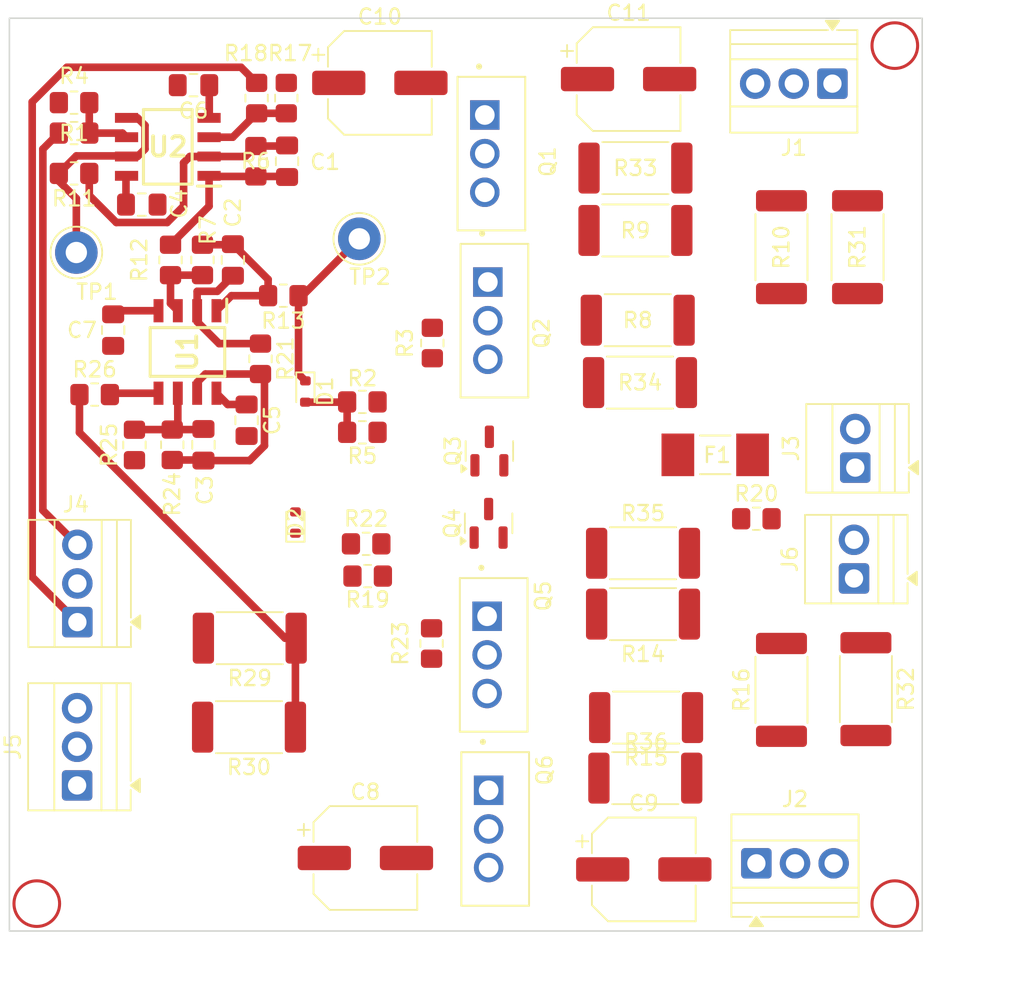
<source format=kicad_pcb>
(kicad_pcb (version 20241229) (generator "pcbnew") (generator_version "9.0")
  (layers (0 "F.Cu" signal) (2 "B.Cu" signal) (13 "F.Paste" user) (15 "B.Paste" user) (5 "F.SilkS" user "F.Silkscreen") (7 "B.SilkS" user "B.Silkscreen") (1 "F.Mask" user) (3 "B.Mask" user) (25 "Edge.Cuts" user))
  (net 0 "")
  (net 1 "Net-(C1-Pad2)")
  (net 2 "Net-(U2A--)")
  (net 3 "Net-(U1A--)")
  (net 4 "Net-(C2-Pad2)")
  (net 5 "Net-(U1B--)")
  (net 6 "Net-(C3-Pad1)")
  (net 7 "-VCC")
  (net 8 "GND")
  (net 9 "+VCC")
  (net 10 "Net-(D1-A)")
  (net 11 "/DRIVING_INPUT")
  (net 12 "Net-(D2-K)")
  (net 13 "/VPOS_B")
  (net 14 "/VPOS_C")
  (net 15 "/VNEG_B")
  (net 16 "/VNEG_C")
  (net 17 "Net-(Q1-C)")
  (net 18 "Net-(Q2-C)")
  (net 19 "+3.3V")
  (net 20 "/V_REF")
  (net 21 "/SIGNAL_INPUT")
  (net 22 "/uC_SIGNAL")
  (net 23 "Net-(U1A-+)")
  (net 24 "/CURRENT_FEEDBACK")
  (net 25 "Net-(U1B-+)")
  (net 26 "/DRIVING_OUTPUT")
  (net 27 "Net-(Q3-B)")
  (net 28 "Net-(Q6-C)")
  (net 29 "/DRIVER_OUTPUT")
  (net 30 "Net-(Q4-B)")
  (net 31 "Net-(Q4-E)")
  (net 32 "Net-(U2B--)")
  (net 33 "Net-(R34-Pad2)")
  (net 34 "Net-(R33-Pad2)")
  (net 35 "Net-(R10-Pad1)")
  (net 36 "Net-(R14-Pad2)")
  (net 37 "Net-(R15-Pad2)")
  (net 38 "Net-(R16-Pad2)")
  (footprint "Resistor_SMD:R_0805_2012Metric_Pad1.20x1.40mm_HandSolder" (layer "F.Cu") (at 51.5 72.85 180)
    (property "Reference" "R4" (at 0 1.75 0) (layer "F.SilkS"))
    (property "Value" "1kΩ")
    (pad "1" smd roundrect (at -1 0 180) (size 1.2 1.4) (layers "F.Cu" "F.Mask" "F.Paste") (roundrect_rratio 0.208333) (net 32 "Net-(U2B--)"))
    (pad "2" smd roundrect (at 1 0 180) (size 1.2 1.4) (layers "F.Cu" "F.Mask" "F.Paste") (roundrect_rratio 0.208333) (net 8 "GND"))
  )
  (footprint "Resistor_SMD:R_2512_6332Metric_Pad1.40x3.35mm_HandSolder" (layer "F.Cu") (at 88.55 87.15)
    (property "Reference" "R8" (at 0 0 0) (layer "F.SilkS"))
    (property "Value" "200m")
    (pad "1" smd roundrect (at -3.05 0) (size 1.4 3.35) (layers "F.Cu" "F.Mask" "F.Paste") (roundrect_rratio 0.178571) (net 33 "Net-(R34-Pad2)"))
    (pad "2" smd roundrect (at 3.05 0) (size 1.4 3.35) (layers "F.Cu" "F.Mask" "F.Paste") (roundrect_rratio 0.178571) (net 26 "/DRIVING_OUTPUT"))
  )
  (footprint "Resistor_SMD:R_0805_2012Metric_Pad1.20x1.40mm_HandSolder" (layer "F.Cu") (at 75.05 88.65 90)
    (property "Reference" "R3" (at -0.01 -1.8 90) (layer "F.SilkS"))
    (property "Value" "1kΩ")
    (pad "1" smd roundrect (at -1 0 90) (size 1.2 1.4) (layers "F.Cu" "F.Mask" "F.Paste") (roundrect_rratio 0.208333) (net 9 "+VCC"))
    (pad "2" smd roundrect (at 1 0 90) (size 1.2 1.4) (layers "F.Cu" "F.Mask" "F.Paste") (roundrect_rratio 0.208333) (net 13 "/VPOS_B"))
  )
  (footprint "Resistor_SMD:R_0805_2012Metric_Pad1.20x1.40mm_HandSolder" (layer "F.Cu") (at 70.45 92.52 180)
    (property "Reference" "R2" (at 0 1.55 0) (layer "F.SilkS"))
    (property "Value" "18kΩ")
    (pad "1" smd roundrect (at -1 0 180) (size 1.2 1.4) (layers "F.Cu" "F.Mask" "F.Paste") (roundrect_rratio 0.208333) (net 9 "+VCC"))
    (pad "2" smd roundrect (at 1 0 180) (size 1.2 1.4) (layers "F.Cu" "F.Mask" "F.Paste") (roundrect_rratio 0.208333) (net 10 "Net-(D1-A)"))
  )
  (footprint "Resistor_SMD:R_0805_2012Metric_Pad1.20x1.40mm_HandSolder" (layer "F.Cu") (at 63.45 76.7 -90)
    (property "Reference" "R6" (at 0 0 180) (layer "F.SilkS"))
    (property "Value" "10kΩ")
    (pad "1" smd roundrect (at -1 0 270) (size 1.2 1.4) (layers "F.Cu" "F.Mask" "F.Paste") (roundrect_rratio 0.208333) (net 2 "Net-(U2A--)"))
    (pad "2" smd roundrect (at 1 0 270) (size 1.2 1.4) (layers "F.Cu" "F.Mask" "F.Paste") (roundrect_rratio 0.208333) (net 1 "Net-(C1-Pad2)"))
  )
  (footprint "Capacitor_SMD:CP_Elec_6.3x7.7" (layer "F.Cu") (at 87.95 71.3)
    (property "Reference" "C11" (at 0 -4.35 0) (layer "F.SilkS"))
    (property "Value" "25u")
    (pad "1" smd roundrect (at -2.7 0) (size 3.5 1.6) (layers "F.Cu" "F.Mask" "F.Paste") (roundrect_rratio 0.15625) (net 9 "+VCC"))
    (pad "2" smd roundrect (at 2.7 0) (size 3.5 1.6) (layers "F.Cu" "F.Mask" "F.Paste") (roundrect_rratio 0.15625) (net 8 "GND"))
  )
  (footprint "Resistor_SMD:R_2512_6332Metric_Pad1.40x3.35mm_HandSolder" (layer "F.Cu") (at 63.05 108.05 180)
    (property "Reference" "R29" (at 0 -2.63 0) (layer "F.SilkS"))
    (property "Value" "200m")
    (pad "1" smd roundrect (at -3.05 0 180) (size 1.4 3.35) (layers "F.Cu" "F.Mask" "F.Paste") (roundrect_rratio 0.178571) (net 24 "/CURRENT_FEEDBACK"))
    (pad "2" smd roundrect (at 3.05 0 180) (size 1.4 3.35) (layers "F.Cu" "F.Mask" "F.Paste") (roundrect_rratio 0.178571) (net 8 "GND"))
  )
  (footprint "Resistor_SMD:R_2512_6332Metric_Pad1.40x3.35mm_HandSolder" (layer "F.Cu") (at 88.4 81.25)
    (property "Reference" "R9" (at 0 0 0) (layer "F.SilkS"))
    (property "Value" "200m")
    (pad "1" smd roundrect (at -3.05 0) (size 1.4 3.35) (layers "F.Cu" "F.Mask" "F.Paste") (roundrect_rratio 0.178571) (net 34 "Net-(R33-Pad2)"))
    (pad "2" smd roundrect (at 3.05 0) (size 1.4 3.35) (layers "F.Cu" "F.Mask" "F.Paste") (roundrect_rratio 0.178571) (net 26 "/DRIVING_OUTPUT"))
  )
  (footprint "Package_TO_SOT_SMD:SOT-23" (layer "F.Cu") (at 78.8 95.75 90)
    (property "Reference" "Q3" (at 0 -2.4 90) (layer "F.SilkS"))
    (property "Value" "BC817")
    (pad "1" smd roundrect (at -0.9375 -0.95 90) (size 1.475 0.6) (layers "F.Cu" "F.Mask" "F.Paste") (net 27 "Net-(Q3-B)"))
    (pad "2" smd roundrect (at -0.9375 0.95 90) (size 1.475 0.6) (layers "F.Cu" "F.Mask" "F.Paste") (net 18 "Net-(Q2-C)"))
    (pad "3" smd roundrect (at 0.9375 0 90) (size 1.475 0.6) (layers "F.Cu" "F.Mask" "F.Paste") (net 13 "/VPOS_B"))
  )
  (footprint "Resistor_SMD:R_0805_2012Metric_Pad1.20x1.40mm_HandSolder" (layer "F.Cu") (at 51.5 74.85)
    (property "Reference" "R1" (at 0 0 0) (layer "F.SilkS"))
    (property "Value" "1kΩ")
    (pad "1" smd roundrect (at -1 0) (size 1.2 1.4) (layers "F.Cu" "F.Mask" "F.Paste") (roundrect_rratio 0.208333) (net 19 "+3.3V"))
    (pad "2" smd roundrect (at 1 0) (size 1.2 1.4) (layers "F.Cu" "F.Mask" "F.Paste") (roundrect_rratio 0.208333) (net 32 "Net-(U2B--)"))
  )
  (footprint "Resistor_SMD:R_2512_6332Metric_Pad1.40x3.35mm_HandSolder" (layer "F.Cu") (at 63 113.9 180)
    (property "Reference" "R30" (at 0 -2.63 0) (layer "F.SilkS"))
    (property "Value" "200m")
    (pad "1" smd roundrect (at -3.05 0 180) (size 1.4 3.35) (layers "F.Cu" "F.Mask" "F.Paste") (roundrect_rratio 0.178571) (net 24 "/CURRENT_FEEDBACK"))
    (pad "2" smd roundrect (at 3.05 0 180) (size 1.4 3.35) (layers "F.Cu" "F.Mask" "F.Paste") (roundrect_rratio 0.178571) (net 8 "GND"))
  )
  (footprint "Capacitor_SMD:CP_Elec_6.3x7.7" (layer "F.Cu") (at 88.95 123.25)
    (property "Reference" "C9" (at 0 -4.35 0) (layer "F.SilkS"))
    (property "Value" "25u")
    (pad "1" smd roundrect (at -2.7 0) (size 3.5 1.6) (layers "F.Cu" "F.Mask" "F.Paste") (roundrect_rratio 0.15625) (net 8 "GND"))
    (pad "2" smd roundrect (at 2.7 0) (size 3.5 1.6) (layers "F.Cu" "F.Mask" "F.Paste") (roundrect_rratio 0.15625) (net 7 "-VCC"))
  )
  (footprint "Resistor_SMD:R_2512_6332Metric_Pad1.40x3.35mm_HandSolder" (layer "F.Cu") (at 89.1 113.27 180)
    (property "Reference" "R15" (at 0 -2.63 0) (layer "F.SilkS"))
    (property "Value" "200m")
    (pad "1" smd roundrect (at -3.05 0 180) (size 1.4 3.35) (layers "F.Cu" "F.Mask" "F.Paste") (roundrect_rratio 0.178571) (net 26 "/DRIVING_OUTPUT"))
    (pad "2" smd roundrect (at 3.05 0 180) (size 1.4 3.35) (layers "F.Cu" "F.Mask" "F.Paste") (roundrect_rratio 0.178571) (net 37 "Net-(R15-Pad2)"))
  )
  (footprint "Capacitor_SMD:C_0805_2012Metric_Pad1.18x1.45mm_HandSolder" (layer "F.Cu") (at 54.07 87.8 -90)
    (property "Reference" "C7" (at 0 2.05 180) (layer "F.SilkS"))
    (property "Value" "100n")
    (pad "1" smd roundrect (at -1.0375 0 270) (size 1.175 1.45) (layers "F.Cu" "F.Mask" "F.Paste") (roundrect_rratio 0.212766) (net 7 "-VCC"))
    (pad "2" smd roundrect (at 1.0375 0 270) (size 1.175 1.45) (layers "F.Cu" "F.Mask" "F.Paste") (roundrect_rratio 0.212766) (net 8 "GND"))
  )
  (footprint "TerminalBlock:TerminalBlock_Xinya_XY308-2.54-2P_1x02_P2.54mm_Horizontal" (layer "F.Cu") (at 102.7675 104.125 90)
    (property "Reference" "J6" (at 1.27 -4.22 90) (layer "F.SilkS"))
    (property "Value" "Add. R")
    (pad "1" thru_hole roundrect (at 0 0 90) (size 2 2) (drill 1.2) (layers "*.Cu" "*.Mask") (roundrect_rratio 0.125) (net 24 "/CURRENT_FEEDBACK"))
    (pad "2" thru_hole circle (at 2.54 0 90) (size 2 2) (drill 1.2) (layers "*.Cu" "*.Mask") (net 8 "GND"))
  )
  (footprint "Capacitor_SMD:C_0805_2012Metric_Pad1.18x1.45mm_HandSolder" (layer "F.Cu") (at 55.95 79.55)
    (property "Reference" "C4" (at 2.4625 -0.05 90) (layer "F.SilkS"))
    (property "Value" "47u")
    (pad "1" smd roundrect (at -1.0375 0) (size 1.175 1.45) (layers "F.Cu" "F.Mask" "F.Paste") (roundrect_rratio 0.212766) (net 9 "+VCC"))
    (pad "2" smd roundrect (at 1.0375 0) (size 1.175 1.45) (layers "F.Cu" "F.Mask" "F.Paste") (roundrect_rratio 0.212766) (net 8 "GND"))
  )
  (footprint "Capacitor_SMD:C_0805_2012Metric_Pad1.18x1.45mm_HandSolder" (layer "F.Cu") (at 59.35 71.7 180)
    (property "Reference" "C6" (at 0 -1.68 0) (layer "F.SilkS"))
    (property "Value" "47u")
    (pad "1" smd roundrect (at -1.0375 0 180) (size 1.175 1.45) (layers "F.Cu" "F.Mask" "F.Paste") (roundrect_rratio 0.212766) (net 7 "-VCC"))
    (pad "2" smd roundrect (at 1.0375 0 180) (size 1.175 1.45) (layers "F.Cu" "F.Mask" "F.Paste") (roundrect_rratio 0.212766) (net 8 "GND"))
  )
  (footprint "Resistor_SMD:R_2512_6332Metric_Pad1.40x3.35mm_HandSolder" (layer "F.Cu") (at 88.9 102.47)
    (property "Reference" "R35" (at 0 -2.63 0) (layer "F.SilkS"))
    (property "Value" "200m")
    (pad "1" smd roundrect (at -3.05 0) (size 1.4 3.35) (layers "F.Cu" "F.Mask" "F.Paste") (roundrect_rratio 0.178571) (net 36 "Net-(R14-Pad2)"))
    (pad "2" smd roundrect (at 3.05 0) (size 1.4 3.35) (layers "F.Cu" "F.Mask" "F.Paste") (roundrect_rratio 0.178571) (net 31 "Net-(Q4-E)"))
  )
  (footprint "Resistor_SMD:R_0805_2012Metric_Pad1.20x1.40mm_HandSolder" (layer "F.Cu") (at 70.45 94.52)
    (property "Reference" "R5" (at 0 1.55 0) (layer "F.SilkS"))
    (property "Value" "100")
    (pad "1" smd roundrect (at -1 0) (size 1.2 1.4) (layers "F.Cu" "F.Mask" "F.Paste") (roundrect_rratio 0.208333) (net 10 "Net-(D1-A)"))
    (pad "2" smd roundrect (at 1 0) (size 1.2 1.4) (layers "F.Cu" "F.Mask" "F.Paste") (roundrect_rratio 0.208333) (net 27 "Net-(Q3-B)"))
  )
  (footprint "Resistor_SMD:R_0805_2012Metric_Pad1.20x1.40mm_HandSolder" (layer "F.Cu") (at 70.8 103.97)
    (property "Reference" "R19" (at 0 1.55 0) (layer "F.SilkS"))
    (property "Value" "100")
    (pad "1" smd roundrect (at -1 0) (size 1.2 1.4) (layers "F.Cu" "F.Mask" "F.Paste") (roundrect_rratio 0.208333) (net 12 "Net-(D2-K)"))
    (pad "2" smd roundrect (at 1 0) (size 1.2 1.4) (layers "F.Cu" "F.Mask" "F.Paste") (roundrect_rratio 0.208333) (net 30 "Net-(Q4-B)"))
  )
  (footprint "Capacitor_SMD:C_0805_2012Metric_Pad1.18x1.45mm_HandSolder" (layer "F.Cu") (at 65.5 76.7 -90)
    (property "Reference" "C1" (at 0.05 -2.5 180) (layer "F.SilkS"))
    (property "Value" "100pF")
    (pad "1" smd roundrect (at -1.0375 0 270) (size 1.175 1.45) (layers "F.Cu" "F.Mask" "F.Paste") (roundrect_rratio 0.212766) (net 2 "Net-(U2A--)"))
    (pad "2" smd roundrect (at 1.0375 0 270) (size 1.175 1.45) (layers "F.Cu" "F.Mask" "F.Paste") (roundrect_rratio 0.212766) (net 1 "Net-(C1-Pad2)"))
  )
  (footprint "Resistor_SMD:R_0805_2012Metric_Pad1.20x1.40mm_HandSolder" (layer "F.Cu") (at 96.35 100.2)
    (property "Reference" "R20" (at 0 -1.65 0) (layer "F.SilkS"))
    (property "Value" "10kΩ")
    (pad "1" smd roundrect (at -1 0) (size 1.2 1.4) (layers "F.Cu" "F.Mask" "F.Paste") (roundrect_rratio 0.208333) (net 29 "/DRIVER_OUTPUT"))
    (pad "2" smd roundrect (at 1 0) (size 1.2 1.4) (layers "F.Cu" "F.Mask" "F.Paste") (roundrect_rratio 0.208333) (net 24 "/CURRENT_FEEDBACK"))
  )
  (footprint "Resistor_SMD:R_2512_6332Metric_Pad1.40x3.35mm_HandSolder" (layer "F.Cu") (at 98 82.35 -90)
    (property "Reference" "R10" (at 0 0 90) (layer "F.SilkS"))
    (property "Value" "R")
    (pad "1" smd roundrect (at -3.05 0 270) (size 1.4 3.35) (layers "F.Cu" "F.Mask" "F.Paste") (roundrect_rratio 0.178571) (net 35 "Net-(R10-Pad1)"))
    (pad "2" smd roundrect (at 3.05 0 270) (size 1.4 3.35) (layers "F.Cu" "F.Mask" "F.Paste") (roundrect_rratio 0.178571) (net 26 "/DRIVING_OUTPUT"))
  )
  (footprint "Resistor_SMD:R_0805_2012Metric_Pad1.20x1.40mm_HandSolder" (layer "F.Cu") (at 51.5 77.5 180)
    (property "Reference" "R11" (at 0 -1.65 0) (layer "F.SilkS"))
    (property "Value" "10kΩ")
    (pad "1" smd roundrect (at -1 0 180) (size 1.2 1.4) (layers "F.Cu" "F.Mask" "F.Paste") (roundrect_rratio 0.208333) (net 2 "Net-(U2A--)"))
    (pad "2" smd roundrect (at 1 0 180) (size 1.2 1.4) (layers "F.Cu" "F.Mask" "F.Paste") (roundrect_rratio 0.208333) (net 20 "/V_REF"))
  )
  (footprint "TerminalBlock:TerminalBlock_Xinya_XY308-2.54-2P_1x02_P2.54mm_Horizontal" (layer "F.Cu") (at 102.85 96.84 90)
    (property "Reference" "J3" (at 1.27 -4.22 90) (layer "F.SilkS"))
    (property "Value" "Load")
    (pad "1" thru_hole roundrect (at 0 0 90) (size 2 2) (drill 1.2) (layers "*.Cu" "*.Mask") (roundrect_rratio 0.125) (net 24 "/CURRENT_FEEDBACK"))
    (pad "2" thru_hole circle (at 2.54 0 90) (size 2 2) (drill 1.2) (layers "*.Cu" "*.Mask") (net 29 "/DRIVER_OUTPUT"))
  )
  (footprint "Resistor_SMD:R_0805_2012Metric_Pad1.20x1.40mm_HandSolder" (layer "F.Cu") (at 63.755 89.688 -90)
    (property "Reference" "R21" (at 0 -1.65 90) (layer "F.SilkS"))
    (property "Value" "1kΩ")
    (pad "1" smd roundrect (at -1 0 270) (size 1.2 1.4) (layers "F.Cu" "F.Mask" "F.Paste") (roundrect_rratio 0.208333) (net 3 "Net-(U1A--)"))
    (pad "2" smd roundrect (at 1 0 270) (size 1.2 1.4) (layers "F.Cu" "F.Mask" "F.Paste") (roundrect_rratio 0.208333) (net 6 "Net-(C3-Pad1)"))
  )
  (footprint "TestPoint:TestPoint_Loop_D2.60mm_Drill1.4mm_Beaded" (layer "F.Cu") (at 51.65 82.7)
    (property "Reference" "TP1" (at 1.355 2.588 0) (layer "F.SilkS"))
    (property "Value" "V_REF")
    (pad "1" thru_hole circle (at 0 0) (size 2.8 2.8) (drill 1.4) (layers "*.Cu" "*.Mask") (net 20 "/V_REF"))
  )
  (footprint "Package_TO_SOT_SMD:SOT-23" (layer "F.Cu") (at 78.75 100.5 90)
    (property "Reference" "Q4" (at 0 -2.4 90) (layer "F.SilkS"))
    (property "Value" "BC807")
    (pad "1" smd roundrect (at -0.9375 -0.95 90) (size 1.475 0.6) (layers "F.Cu" "F.Mask" "F.Paste") (net 30 "Net-(Q4-B)"))
    (pad "2" smd roundrect (at -0.9375 0.95 90) (size 1.475 0.6) (layers "F.Cu" "F.Mask" "F.Paste") (net 31 "Net-(Q4-E)"))
    (pad "3" smd roundrect (at 0.9375 0 90) (size 1.475 0.6) (layers "F.Cu" "F.Mask" "F.Paste") (net 15 "/VNEG_B"))
  )
  (footprint "Resistor_SMD:R_2512_6332Metric_Pad1.40x3.35mm_HandSolder" (layer "F.Cu") (at 103.55 111.4 -90)
    (property "Reference" "R32" (at 0 -2.63 90) (layer "F.SilkS"))
    (property "Value" "R")
    (pad "1" smd roundrect (at -3.05 0 270) (size 1.4 3.35) (layers "F.Cu" "F.Mask" "F.Paste") (roundrect_rratio 0.178571) (net 38 "Net-(R16-Pad2)"))
    (pad "2" smd roundrect (at 3.05 0 270) (size 1.4 3.35) (layers "F.Cu" "F.Mask" "F.Paste") (roundrect_rratio 0.178571) (net 16 "/VNEG_C"))
  )
  (footprint "component_lib:2410 FUSE" (layer "F.Cu") (at 93.645 96)
    (property "Reference" "F1" (at 0.125 0.015 0) (layer "F.SilkS"))
    (property "Value" "Fuse")
    (pad "1" smd rect (at -2.455 0) (size 2.15 2.8) (layers "F.Cu" "F.Mask" "F.Paste") (net 26 "/DRIVING_OUTPUT"))
    (pad "2" smd rect (at 2.455 0) (size 2.15 2.8) (layers "F.Cu" "F.Mask" "F.Paste") (net 29 "/DRIVER_OUTPUT"))
  )
  (footprint "component_lib:D44H11G" (layer "F.Cu") (at 78.65 109.15 -90)
    (property "Reference" "Q5" (at -3.8725 -3.683 90) (layer "F.SilkS"))
    (property "Value" "D44H11G")
    (pad "1" thru_hole circle (at 0 0 270) (size 1.935 1.935) (drill 1.29) (layers "*.Cu" "*.Mask") (net 31 "Net-(Q4-E)"))
    (pad "2" thru_hole rect (at -2.54 0 270) (size 1.935 1.935) (drill 1.29) (layers "*.Cu" "*.Mask") (net 15 "/VNEG_B"))
    (pad "3" thru_hole circle (at 2.54 0 270) (size 1.935 1.935) (drill 1.29) (layers "*.Cu" "*.Mask") (net 7 "-VCC"))
  )
  (footprint "TerminalBlock:TerminalBlock_Xinya_XY308-2.54-3P_1x03_P2.54mm_Horizontal" (layer "F.Cu") (at 101.35 71.6 180)
    (property "Reference" "J1" (at 2.54 -4.22 0) (layer "F.SilkS"))
    (property "Value" "VP BJT Conn")
    (pad "1" thru_hole roundrect (at 0 0 180) (size 2 2) (drill 1.2) (layers "*.Cu" "*.Mask") (roundrect_rratio 0.125) (net 13 "/VPOS_B"))
    (pad "2" thru_hole circle (at 2.54 0 180) (size 2 2) (drill 1.2) (layers "*.Cu" "*.Mask") (net 14 "/VPOS_C"))
    (pad "3" thru_hole circle (at 5.08 0 180) (size 2 2) (drill 1.2) (layers "*.Cu" "*.Mask") (net 9 "+VCC"))
  )
  (footprint "Resistor_SMD:R_0805_2012Metric_Pad1.20x1.40mm_HandSolder" (layer "F.Cu") (at 52.855 92.038)
    (property "Reference" "R26" (at 0 -1.65 0) (layer "F.SilkS"))
    (property "Value" "100")
    (pad "1" smd roundrect (at -1 0) (size 1.2 1.4) (layers "F.Cu" "F.Mask" "F.Paste") (roundrect_rratio 0.208333) (net 24 "/CURRENT_FEEDBACK"))
    (pad "2" smd roundrect (at 1 0) (size 1.2 1.4) (layers "F.Cu" "F.Mask" "F.Paste") (roundrect_rratio 0.208333) (net 25 "Net-(U1B-+)"))
  )
  (footprint "component_lib:D44H11G" (layer "F.Cu") (at 78.75 120.59 -90)
    (property "Reference" "Q6" (at -3.8725 -3.683 90) (layer "F.SilkS"))
    (property "Value" "D44H11G")
    (pad "1" thru_hole circle (at 0 0 270) (size 1.935 1.935) (drill 1.29) (layers "*.Cu" "*.Mask") (net 28 "Net-(Q6-C)"))
    (pad "2" thru_hole rect (at -2.54 0 270) (size 1.935 1.935) (drill 1.29) (layers "*.Cu" "*.Mask") (net 15 "/VNEG_B"))
    (pad "3" thru_hole circle (at 2.54 0 270) (size 1.935 1.935) (drill 1.29) (layers "*.Cu" "*.Mask") (net 7 "-VCC"))
  )
  (footprint "Diode_SMD:D_SOD-523" (layer "F.Cu") (at 66.05 100.45 90)
    (property "Reference" "D2" (at 0 0 90) (layer "F.SilkS"))
    (property "Value" "1N4148WT")
    (pad "1" smd roundrect (at -0.7 0 270) (size 0.6 0.7) (layers "F.Cu" "F.Mask" "F.Paste") (net 12 "Net-(D2-K)"))
    (pad "2" smd roundrect (at 0.7 0 270) (size 0.6 0.7) (layers "F.Cu" "F.Mask" "F.Paste") (net 11 "/DRIVING_INPUT"))
  )
  (footprint "TestPoint:TestPoint_Loop_D2.60mm_Drill1.4mm_Beaded" (layer "F.Cu") (at 70.25 81.8)
    (property "Reference" "TP2" (at 0.7 2.5 0) (layer "F.SilkS"))
    (property "Value" "DRV_IN")
    (pad "1" thru_hole circle (at 0 0) (size 2.8 2.8) (drill 1.4) (layers "*.Cu" "*.Mask") (net 11 "/DRIVING_INPUT"))
  )
  (footprint "Resistor_SMD:R_2512_6332Metric_Pad1.40x3.35mm_HandSolder" (layer "F.Cu") (at 88.9 106.47 180)
    (property "Reference" "R14" (at 0 -2.63 0) (layer "F.SilkS"))
    (property "Value" "200m")
    (pad "1" smd roundrect (at -3.05 0 180) (size 1.4 3.35) (layers "F.Cu" "F.Mask" "F.Paste") (roundrect_rratio 0.178571) (net 26 "/DRIVING_OUTPUT"))
    (pad "2" smd roundrect (at 3.05 0 180) (size 1.4 3.35) (layers "F.Cu" "F.Mask" "F.Paste") (roundrect_rratio 0.178571) (net 36 "Net-(R14-Pad2)"))
  )
  (footprint "Capacitor_SMD:CP_Elec_6.3x7.7" (layer "F.Cu") (at 71.6 71.55)
    (property "Reference" "C10" (at 0 -4.35 0) (layer "F.SilkS"))
    (property "Value" "25u")
    (pad "1" smd roundrect (at -2.7 0) (size 3.5 1.6) (layers "F.Cu" "F.Mask" "F.Paste") (roundrect_rratio 0.15625) (net 9 "+VCC"))
    (pad "2" smd roundrect (at 2.7 0) (size 3.5 1.6) (layers "F.Cu" "F.Mask" "F.Paste") (roundrect_rratio 0.15625) (net 8 "GND"))
  )
  (footprint "Capacitor_SMD:C_0805_2012Metric_Pad1.18x1.45mm_HandSolder" (layer "F.Cu") (at 61.94 83.1885 90)
    (property "Reference" "C2" (at 3.1125 0 90) (layer "F.SilkS"))
    (property "Value" "C")
    (pad "1" smd roundrect (at -1.0375 0 90) (size 1.175 1.45) (layers "F.Cu" "F.Mask" "F.Paste") (roundrect_rratio 0.212766) (net 3 "Net-(U1A--)"))
    (pad "2" smd roundrect (at 1.0375 0 90) (size 1.175 1.45) (layers "F.Cu" "F.Mask" "F.Paste") (roundrect_rratio 0.212766) (net 4 "Net-(C2-Pad2)"))
  )
  (footprint "Diode_SMD:D_SOD-523" (layer "F.Cu") (at 66.705 91.838 -90)
    (property "Reference" "D1" (at 0 -1.3 90) (layer "F.SilkS"))
    (property "Value" "1N4148WT")
    (pad "1" smd roundrect (at -0.7 0 90) (size 0.6 0.7) (layers "F.Cu" "F.Mask" "F.Paste") (net 11 "/DRIVING_INPUT"))
    (pad "2" smd roundrect (at 0.7 0 90) (size 0.6 0.7) (layers "F.Cu" "F.Mask" "F.Paste") (net 10 "Net-(D1-A)"))
  )
  (footprint "Resistor_SMD:R_2512_6332Metric_Pad1.40x3.35mm_HandSolder" (layer "F.Cu") (at 88.7 91.25)
    (property "Reference" "R34" (at 0 0 0) (layer "F.SilkS"))
    (property "Value" "200m")
    (pad "1" smd roundrect (at -3.05 0) (size 1.4 3.35) (layers "F.Cu" "F.Mask" "F.Paste") (roundrect_rratio 0.178571) (net 18 "Net-(Q2-C)"))
    (pad "2" smd roundrect (at 3.05 0) (size 1.4 3.35) (layers "F.Cu" "F.Mask" "F.Paste") (roundrect_rratio 0.178571) (net 33 "Net-(R34-Pad2)"))
  )
  (footprint "Resistor_SMD:R_0805_2012Metric_Pad1.20x1.40mm_HandSolder" (layer "F.Cu") (at 65.255 85.538 180)
    (property "Reference" "R13" (at 0 -1.65 0) (layer "F.SilkS"))
    (property "Value" "100Ω")
    (pad "1" smd roundrect (at -1 0 180) (size 1.2 1.4) (layers "F.Cu" "F.Mask" "F.Paste") (roundrect_rratio 0.208333) (net 11 "/DRIVING_INPUT"))
    (pad "2" smd roundrect (at 1 0 180) (size 1.2 1.4) (layers "F.Cu" "F.Mask" "F.Paste") (roundrect_rratio 0.208333) (net 4 "Net-(C2-Pad2)"))
  )
  (footprint "component_lib:ADA4522" (layer "F.Cu") (at 57.662 75.755 180)
    (property "Reference" "U2" (at 0 0 0) (layer "F.SilkS") (effects (font (size 1.27 1.27) (thickness 0.254))))
    (property "Value" "ADA4622-2xCP" (hide yes))
    (pad "1" smd rect (at -2.712 -1.905 270) (size 0.65 1.525) (layers "F.Cu" "F.Mask" "F.Paste") (net 1 "Net-(C1-Pad2)"))
    (pad "2" smd rect (at -2.712 -0.635 270) (size 0.65 1.525) (layers "F.Cu" "F.Mask" "F.Paste") (net 2 "Net-(U2A--)"))
    (pad "3" smd rect (at -2.712 0.635 270) (size 0.65 1.525) (layers "F.Cu" "F.Mask" "F.Paste") (net 21 "/SIGNAL_INPUT"))
    (pad "4" smd rect (at -2.712 1.905 270) (size 0.65 1.525) (layers "F.Cu" "F.Mask" "F.Paste") (net 7 "-VCC"))
    (pad "5" smd rect (at 2.712 1.905 270) (size 0.65 1.525) (layers "F.Cu" "F.Mask" "F.Paste") (net 20 "/V_REF"))
    (pad "6" smd rect (at 2.712 0.635 270) (size 0.65 1.525) (layers "F.Cu" "F.Mask" "F.Paste") (net 32 "Net-(U2B--)"))
    (pad "7" smd rect (at 2.712 -0.635 270) (size 0.65 1.525) (layers "F.Cu" "F.Mask" "F.Paste") (net 20 "/V_REF"))
    (pad "8" smd rect (at 2.712 -1.905 270) (size 0.65 1.525) (layers "F.Cu" "F.Mask" "F.Paste") (net 9 "+VCC"))
  )
  (footprint "Resistor_SMD:R_0805_2012Metric_Pad1.20x1.40mm_HandSolder" (layer "F.Cu") (at 55.47 95.35 90)
    (property "Reference" "R25" (at 0 -1.665 90) (layer "F.SilkS"))
    (property "Value" "1,8kΩ")
    (pad "1" smd roundrect (at -1 0 90) (size 1.2 1.4) (layers "F.Cu" "F.Mask" "F.Paste") (roundrect_rratio 0.208333) (net 8 "GND"))
    (pad "2" smd roundrect (at 1 0 90) (size 1.2 1.4) (layers "F.Cu" "F.Mask" "F.Paste") (roundrect_rratio 0.208333) (net 5 "Net-(U1B--)"))
  )
  (footprint "Capacitor_SMD:CP_Elec_6.3x7.7" (layer "F.Cu") (at 70.65 122.5)
    (property "Reference" "C8" (at 0 -4.35 0) (layer "F.SilkS"))
    (property "Value" "25u")
    (pad "1" smd roundrect (at -2.7 0) (size 3.5 1.6) (layers "F.Cu" "F.Mask" "F.Paste") (roundrect_rratio 0.15625) (net 8 "GND"))
    (pad "2" smd roundrect (at 2.7 0) (size 3.5 1.6) (layers "F.Cu" "F.Mask" "F.Paste") (roundrect_rratio 0.15625) (net 7 "-VCC"))
  )
  (footprint "Resistor_SMD:R_2512_6332Metric_Pad1.40x3.35mm_HandSolder" (layer "F.Cu") (at 89.05 117.25)
    (property "Reference" "R36" (at 0.05 -2.39 0) (layer "F.SilkS"))
    (property "Value" "200m")
    (pad "1" smd roundrect (at -3.05 0) (size 1.4 3.35) (layers "F.Cu" "F.Mask" "F.Paste") (roundrect_rratio 0.178571) (net 37 "Net-(R15-Pad2)"))
    (pad "2" smd roundrect (at 3.05 0) (size 1.4 3.35) (layers "F.Cu" "F.Mask" "F.Paste") (roundrect_rratio 0.178571) (net 28 "Net-(Q6-C)"))
  )
  (footprint "Capacitor_SMD:C_0805_2012Metric_Pad1.18x1.45mm_HandSolder" (layer "F.Cu") (at 60.005 95.338 90)
    (property "Reference" "C3" (at -2.988 0.085 90) (layer "F.SilkS"))
    (property "Value" "10pF")
    (pad "1" smd roundrect (at -1.0375 0 90) (size 1.175 1.45) (layers "F.Cu" "F.Mask" "F.Paste") (roundrect_rratio 0.212766) (net 6 "Net-(C3-Pad1)"))
    (pad "2" smd roundrect (at 1.0375 0 90) (size 1.175 1.45) (layers "F.Cu" "F.Mask" "F.Paste") (roundrect_rratio 0.212766) (net 5 "Net-(U1B--)"))
  )
  (footprint "Resistor_SMD:R_0805_2012Metric_Pad1.20x1.40mm_HandSolder" (layer "F.Cu") (at 63.5 72.55 90)
    (property "Reference" "R18" (at 2.95 -0.7 180) (layer "F.SilkS"))
    (property "Value" "1kΩ")
    (pad "1" smd roundrect (at -1 0 90) (size 1.2 1.4) (layers "F.Cu" "F.Mask" "F.Paste") (roundrect_rratio 0.208333) (net 21 "/SIGNAL_INPUT"))
    (pad "2" smd roundrect (at 1 0 90) (size 1.2 1.4) (layers "F.Cu" "F.Mask" "F.Paste") (roundrect_rratio 0.208333) (net 22 "/uC_SIGNAL"))
  )
  (footprint "Resistor_SMD:R_2512_6332Metric_Pad1.40x3.35mm_HandSolder" (layer "F.Cu") (at 98 111.45 90)
    (property "Reference" "R16" (at 0 -2.63 90) (layer "F.SilkS"))
    (property "Value" "R")
    (pad "1" smd roundrect (at -3.05 0 90) (size 1.4 3.35) (layers "F.Cu" "F.Mask" "F.Paste") (roundrect_rratio 0.178571) (net 26 "/DRIVING_OUTPUT"))
    (pad "2" smd roundrect (at 3.05 0 90) (size 1.4 3.35) (layers "F.Cu" "F.Mask" "F.Paste") (roundrect_rratio 0.178571) (net 38 "Net-(R16-Pad2)"))
  )
  (footprint "Capacitor_SMD:C_0805_2012Metric_Pad1.18x1.45mm_HandSolder" (layer "F.Cu") (at 62.84 93.726 -90)
    (property "Reference" "C5" (at 0 -1.68 90) (layer "F.SilkS"))
    (property "Value" "100n")
    (pad "1" smd roundrect (at -1.0375 0 270) (size 1.175 1.45) (layers "F.Cu" "F.Mask" "F.Paste") (roundrect_rratio 0.212766) (net 9 "+VCC"))
    (pad "2" smd roundrect (at 1.0375 0 270) (size 1.175 1.45) (layers "F.Cu" "F.Mask" "F.Paste") (roundrect_rratio 0.212766) (net 8 "GND"))
  )
  (footprint "component_lib:D44H11G" (layer "F.Cu") (at 78.5 76.2 -90)
    (property "Reference" "Q1" (at 0.5275 -4.133 90) (layer "F.SilkS"))
    (property "Value" "D45H11")
    (pad "1" thru_hole circle (at 0 0 270) (size 1.935 1.935) (drill 1.29) (layers "*.Cu" "*.Mask") (net 17 "Net-(Q1-C)"))
    (pad "2" thru_hole rect (at -2.54 0 270) (size 1.935 1.935) (drill 1.29) (layers "*.Cu" "*.Mask") (net 13 "/VPOS_B"))
    (pad "3" thru_hole circle (at 2.54 0 270) (size 1.935 1.935) (drill 1.29) (layers "*.Cu" "*.Mask") (net 9 "+VCC"))
  )
  (footprint "component_lib:ADA4522" (layer "F.Cu") (at 58.955 89.238 -90)
    (property "Reference" "U1" (at 0 0 90) (layer "F.SilkS") (effects (font (size 1.27 1.27) (thickness 0.254))))
    (property "Value" "ADA4622-2xCP" (hide yes))
    (pad "1" smd rect (at -2.712 -1.905) (size 0.65 1.525) (layers "F.Cu" "F.Mask" "F.Paste") (net 4 "Net-(C2-Pad2)"))
    (pad "2" smd rect (at -2.712 -0.635) (size 0.65 1.525) (layers "F.Cu" "F.Mask" "F.Paste") (net 3 "Net-(U1A--)"))
    (pad "3" smd rect (at -2.712 0.635) (size 0.65 1.525) (layers "F.Cu" "F.Mask" "F.Paste") (net 23 "Net-(U1A-+)"))
    (pad "4" smd rect (at -2.712 1.905) (size 0.65 1.525) (layers "F.Cu" "F.Mask" "F.Paste") (net 7 "-VCC"))
    (pad "5" smd rect (at 2.712 1.905) (size 0.65 1.525) (layers "F.Cu" "F.Mask" "F.Paste") (net 25 "Net-(U1B-+)"))
    (pad "6" smd rect (at 2.712 0.635) (size 0.65 1.525) (layers "F.Cu" "F.Mask" "F.Paste") (net 5 "Net-(U1B--)"))
    (pad "7" smd rect (at 2.712 -0.635) (size 0.65 1.525) (layers "F.Cu" "F.Mask" "F.Paste") (net 6 "Net-(C3-Pad1)"))
    (pad "8" smd rect (at 2.712 -1.905) (size 0.65 1.525) (layers "F.Cu" "F.Mask" "F.Paste") (net 9 "+VCC"))
  )
  (footprint "TerminalBlock:TerminalBlock_Xinya_XY308-2.54-3P_1x03_P2.54mm_Horizontal" (layer "F.Cu") (at 51.7175 106.995 90)
    (property "Reference" "J4" (at 7.73 -0.1 180) (layer "F.SilkS"))
    (property "Value" "Input")
    (pad "1" thru_hole roundrect (at 0 0 90) (size 2 2) (drill 1.2) (layers "*.Cu" "*.Mask") (roundrect_rratio 0.125) (net 22 "/uC_SIGNAL"))
    (pad "2" thru_hole circle (at 2.54 0 90) (size 2 2) (drill 1.2) (layers "*.Cu" "*.Mask") (net 8 "GND"))
    (pad "3" thru_hole circle (at 5.08 0 90) (size 2 2) (drill 1.2) (layers "*.Cu" "*.Mask") (net 19 "+3.3V"))
  )
  (footprint "Resistor_SMD:R_0805_2012Metric_Pad1.20x1.40mm_HandSolder" (layer "F.Cu") (at 75 108.4 -90)
    (property "Reference" "R23" (at 0 2.05 90) (layer "F.SilkS"))
    (property "Value" "1kΩ")
    (pad "1" smd roundrect (at -1 0 270) (size 1.2 1.4) (layers "F.Cu" "F.Mask" "F.Paste") (roundrect_rratio 0.208333) (net 15 "/VNEG_B"))
    (pad "2" smd roundrect (at 1 0 270) (size 1.2 1.4) (layers "F.Cu" "F.Mask" "F.Paste") (roundrect_rratio 0.208333) (net 7 "-VCC"))
  )
  (footprint "Resistor_SMD:R_0805_2012Metric_Pad1.20x1.40mm_HandSolder" (layer "F.Cu") (at 65.45 72.55 90)
    (property "Reference" "R17" (at 2.95 0.25 180) (layer "F.SilkS"))
    (property "Value" "1kΩ")
    (pad "1" smd roundrect (at -1 0 90) (size 1.2 1.4) (layers "F.Cu" "F.Mask" "F.Paste") (roundrect_rratio 0.208333) (net 21 "/SIGNAL_INPUT"))
    (pad "2" smd roundrect (at 1 0 90) (size 1.2 1.4) (layers "F.Cu" "F.Mask" "F.Paste") (roundrect_rratio 0.208333) (net 8 "GND"))
  )
  (footprint "Resistor_SMD:R_0805_2012Metric_Pad1.20x1.40mm_HandSolder" (layer "F.Cu") (at 57.84 83.1885 90)
    (property "Reference" "R12" (at 0 -2.05 90) (layer "F.SilkS"))
    (property "Value" "100Ω")
    (pad "1" smd roundrect (at -1 0 90) (size 1.2 1.4) (layers "F.Cu" "F.Mask" "F.Paste") (roundrect_rratio 0.208333) (net 23 "Net-(U1A-+)"))
    (pad "2" smd roundrect (at 1 0 90) (size 1.2 1.4) (layers "F.Cu" "F.Mask" "F.Paste") (roundrect_rratio 0.208333) (net 1 "Net-(C1-Pad2)"))
  )
  (footprint "Resistor_SMD:R_0805_2012Metric_Pad1.20x1.40mm_HandSolder" (layer "F.Cu") (at 57.955 95.338 -90)
    (property "Reference" "R24" (at 3.25 0 90) (layer "F.SilkS"))
    (property "Value" "10k")
    (pad "1" smd roundrect (at -1 0 270) (size 1.2 1.4) (layers "F.Cu" "F.Mask" "F.Paste") (roundrect_rratio 0.208333) (net 5 "Net-(U1B--)"))
    (pad "2" smd roundrect (at 1 0 270) (size 1.2 1.4) (layers "F.Cu" "F.Mask" "F.Paste") (roundrect_rratio 0.208333) (net 6 "Net-(C3-Pad1)"))
  )
  (footprint "Resistor_SMD:R_0805_2012Metric_Pad1.20x1.40mm_HandSolder" (layer "F.Cu") (at 70.7 101.85)
    (property "Reference" "R22" (at 0 -1.65 0) (layer "F.SilkS"))
    (property "Value" "18k")
    (pad "1" smd roundrect (at -1 0) (size 1.2 1.4) (layers "F.Cu" "F.Mask" "F.Paste") (roundrect_rratio 0.208333) (net 12 "Net-(D2-K)"))
    (pad "2" smd roundrect (at 1 0) (size 1.2 1.4) (layers "F.Cu" "F.Mask" "F.Paste") (roundrect_rratio 0.208333) (net 7 "-VCC"))
  )
  (footprint "component_lib:D44H11G" (layer "F.Cu") (at 78.7 87.18 -90)
    (property "Reference" "Q2" (at 0.8275 -3.533 90) (layer "F.SilkS"))
    (property "Value" "D45H11G")
    (pad "1" thru_hole circle (at 0 0 270) (size 1.935 1.935) (drill 1.29) (layers "*.Cu" "*.Mask") (net 18 "Net-(Q2-C)"))
    (pad "2" thru_hole rect (at -2.54 0 270) (size 1.935 1.935) (drill 1.29) (layers "*.Cu" "*.Mask") (net 13 "/VPOS_B"))
    (pad "3" thru_hole circle (at 2.54 0 270) (size 1.935 1.935) (drill 1.29) (layers "*.Cu" "*.Mask") (net 9 "+VCC"))
  )
  (footprint "Resistor_SMD:R_0805_2012Metric_Pad1.20x1.40mm_HandSolder" (layer "F.Cu") (at 59.94 83.1885 -90)
    (property "Reference" "R7" (at -1.9625 -0.35 90) (layer "F.SilkS"))
    (property "Value" "100kΩ")
    (pad "1" smd roundrect (at -1 0 270) (size 1.2 1.4) (layers "F.Cu" "F.Mask" "F.Paste") (roundrect_rratio 0.208333) (net 4 "Net-(C2-Pad2)"))
    (pad "2" smd roundrect (at 1 0 270) (size 1.2 1.4) (layers "F.Cu" "F.Mask" "F.Paste") (roundrect_rratio 0.208333) (net 23 "Net-(U1A-+)"))
  )
  (footprint "Resistor_SMD:R_2512_6332Metric_Pad1.40x3.35mm_HandSolder" (layer "F.Cu") (at 103 82.35 -90)
    (property "Reference" "R31" (at 0 0 90) (layer "F.SilkS"))
    (property "Value" "R")
    (pad "1" smd roundrect (at -3.05 0 270) (size 1.4 3.35) (layers "F.Cu" "F.Mask" "F.Paste") (roundrect_rratio 0.178571) (net 14 "/VPOS_C"))
    (pad "2" smd roundrect (at 3.05 0 270) (size 1.4 3.35) (layers "F.Cu" "F.Mask" "F.Paste") (roundrect_rratio 0.178571) (net 35 "Net-(R10-Pad1)"))
  )
  (footprint "Resistor_SMD:R_2512_6332Metric_Pad1.40x3.35mm_HandSolder" (layer "F.Cu") (at 88.4 77.15)
    (property "Reference" "R33" (at 0 0 0) (layer "F.SilkS"))
    (property "Value" "200m")
    (pad "1" smd roundrect (at -3.05 0) (size 1.4 3.35) (layers "F.Cu" "F.Mask" "F.Paste") (roundrect_rratio 0.178571) (net 17 "Net-(Q1-C)"))
    (pad "2" smd roundrect (at 3.05 0) (size 1.4 3.35) (layers "F.Cu" "F.Mask" "F.Paste") (roundrect_rratio 0.178571) (net 34 "Net-(R33-Pad2)"))
  )
  (footprint "TerminalBlock:TerminalBlock_Xinya_XY308-2.54-3P_1x03_P2.54mm_Horizontal" (layer "F.Cu") (at 51.7 117.73 90)
    (property "Reference" "J5" (at 2.54 -4.22 90) (layer "F.SilkS"))
    (property "Value" "PWR In")
    (pad "1" thru_hole roundrect (at 0 0 90) (size 2 2) (drill 1.2) (layers "*.Cu" "*.Mask") (roundrect_rratio 0.125) (net 7 "-VCC"))
    (pad "2" thru_hole circle (at 2.54 0 90) (size 2 2) (drill 1.2) (layers "*.Cu" "*.Mask") (net 8 "GND"))
    (pad "3" thru_hole circle (at 5.08 0 90) (size 2 2) (drill 1.2) (layers "*.Cu" "*.Mask") (net 9 "+VCC"))
  )
  (footprint "TerminalBlock:TerminalBlock_Xinya_XY308-2.54-3P_1x03_P2.54mm_Horizontal" (layer "F.Cu") (at 96.35 122.85)
    (property "Reference" "J2" (at 2.54 -4.22 0) (layer "F.SilkS"))
    (property "Value" "VN BJT Conn")
    (pad "1" thru_hole roundrect (at 0 0) (size 2 2) (drill 1.2) (layers "*.Cu" "*.Mask") (roundrect_rratio 0.125) (net 15 "/VNEG_B"))
    (pad "2" thru_hole circle (at 2.54 0) (size 2 2) (drill 1.2) (layers "*.Cu" "*.Mask") (net 16 "/VNEG_C"))
    (pad "3" thru_hole circle (at 5.08 0) (size 2 2) (drill 1.2) (layers "*.Cu" "*.Mask") (net 7 "-VCC"))
  )
  (gr_circle (center 105.45 69.1) (end 106.95 69.1) (stroke (width 0.2)) (fill no) (layer "F.Cu"))
  (gr_circle (center 105.45 125.5) (end 106.95 125.5) (stroke (width 0.2)) (fill no) (layer "F.Cu"))
  (gr_circle (center 49.05 125.5) (end 50.55 125.5) (stroke (width 0.2)) (fill no) (layer "F.Cu"))
  (gr_rect (start 47.25 67.3) (end 107.25 127.3) (stroke (width 0.1)) (fill no) (layer "Edge.Cuts"))
  (segment (start 60.374 77.66) (end 60.374 79.6545) (width 0.5) (layer "F.Cu") (net 1))
  (segment (start 60.414 77.7) (end 60.374 77.66) (width 0.5) (layer "F.Cu") (net 1))
  (segment (start 65.4625 77.7) (end 65.5 77.7375) (width 0.5) (layer "F.Cu") (net 1))
  (segment (start 63.45 77.7) (end 60.414 77.7) (width 0.5) (layer "F.Cu") (net 1))
  (segment (start 60.374 79.6545) (end 57.84 82.1885) (width 0.5) (layer "F.Cu") (net 1))
  (segment (start 63.45 77.7) (end 65.4625 77.7) (width 0.5) (layer "F.Cu") (net 1))
  (segment (start 63.45 75.7) (end 65.4625 75.7) (width 0.5) (layer "F.Cu") (net 2))
  (segment (start 58.7 79.648292) (end 58.7 76.8015) (width 0.5) (layer "F.Cu") (net 2))
  (segment (start 62.76 76.39) (end 60.374 76.39) (width 0.5) (layer "F.Cu") (net 2))
  (segment (start 52.5 77.5) (end 52.5 78.948292) (width 0.5) (layer "F.Cu") (net 2))
  (segment (start 58.7 76.8015) (end 59.1115 76.39) (width 0.5) (layer "F.Cu") (net 2))
  (segment (start 52.5 78.948292) (end 54.277708 80.726) (width 0.5) (layer "F.Cu") (net 2))
  (segment (start 65.4625 75.7) (end 65.5 75.6625) (width 0.5) (layer "F.Cu") (net 2))
  (segment (start 54.277708 80.726) (end 57.622292 80.726) (width 0.5) (layer "F.Cu") (net 2))
  (segment (start 59.1115 76.39) (end 60.374 76.39) (width 0.5) (layer "F.Cu") (net 2))
  (segment (start 57.622292 80.726) (end 58.7 79.648292) (width 0.5) (layer "F.Cu") (net 2))
  (segment (start 63.45 75.7) (end 62.76 76.39) (width 0.5) (layer "F.Cu") (net 2))
  (segment (start 59.6035 85.25) (end 59.59 85.2635) (width 0.5) (layer "F.Cu") (net 3))
  (segment (start 61.94 84.226) (end 60.916 85.25) (width 0.5) (layer "F.Cu") (net 3))
  (segment (start 59.59 85.2635) (end 59.59 86.526) (width 0.5) (layer "F.Cu") (net 3))
  (segment (start 63.755 88.688) (end 61.0325 88.688) (width 0.5) (layer "F.Cu") (net 3))
  (segment (start 61.0325 88.688) (end 59.59 87.2455) (width 0.5) (layer "F.Cu") (net 3))
  (segment (start 60.916 85.25) (end 59.6035 85.25) (width 0.5) (layer "F.Cu") (net 3))
  (segment (start 59.59 87.2455) (end 59.59 86.526) (width 0.5) (layer "F.Cu") (net 3))
  (segment (start 59.94 82.1885) (end 61.9025 82.1885) (width 0.5) (layer "F.Cu") (net 4))
  (segment (start 64.255 84.466) (end 64.255 85.538) (width 0.5) (layer "F.Cu") (net 4))
  (segment (start 61.94 82.151) (end 64.255 84.466) (width 0.5) (layer "F.Cu") (net 4))
  (segment (start 61.848 85.538) (end 60.86 86.526) (width 0.5) (layer "F.Cu") (net 4))
  (segment (start 61.9025 82.1885) (end 61.94 82.151) (width 0.5) (layer "F.Cu") (net 4))
  (segment (start 64.255 85.538) (end 61.848 85.538) (width 0.5) (layer "F.Cu") (net 4))
  (segment (start 58.32 91.95) (end 58.32 93.973) (width 0.5) (layer "F.Cu") (net 5))
  (segment (start 57.955 94.338) (end 59.9675 94.338) (width 0.5) (layer "F.Cu") (net 5))
  (segment (start 58.32 93.973) (end 57.955 94.338) (width 0.5) (layer "F.Cu") (net 5))
  (segment (start 59.9675 94.338) (end 60.005 94.3005) (width 0.5) (layer "F.Cu") (net 5))
  (segment (start 55.482 94.338) (end 55.47 94.35) (width 0.5) (layer "F.Cu") (net 5))
  (segment (start 57.955 94.338) (end 55.482 94.338) (width 0.5) (layer "F.Cu") (net 5))
  (segment (start 60.005 96.3755) (end 63.038792 96.3755) (width 0.5) (layer "F.Cu") (net 6))
  (segment (start 63.755 90.688) (end 60.1325 90.688) (width 0.5) (layer "F.Cu") (net 6))
  (segment (start 59.9675 96.338) (end 60.005 96.3755) (width 0.5) (layer "F.Cu") (net 6))
  (segment (start 63.038792 96.3755) (end 64.016 95.398292) (width 0.5) (layer "F.Cu") (net 6))
  (segment (start 59.59 91.2305) (end 59.59 91.95) (width 0.5) (layer "F.Cu") (net 6))
  (segment (start 60.1325 90.688) (end 59.59 91.2305) (width 0.5) (layer "F.Cu") (net 6))
  (segment (start 64.016 95.398292) (end 64.016 90.949) (width 0.5) (layer "F.Cu") (net 6))
  (segment (start 64.016 90.949) (end 63.755 90.688) (width 0.5) (layer "F.Cu") (net 6))
  (segment (start 57.955 96.338) (end 59.9675 96.338) (width 0.5) (layer "F.Cu") (net 6))
  (segment (start 60.3875 71.7) (end 60.3875 73.8365) (width 0.5) (layer "F.Cu") (net 7))
  (segment (start 60.3875 73.8365) (end 60.374 73.85) (width 0.5) (layer "F.Cu") (net 7))
  (segment (start 54.3065 86.526) (end 54.07 86.7625) (width 0.5) (layer "F.Cu") (net 7))
  (segment (start 57.05 86.526) (end 54.3065 86.526) (width 0.5) (layer "F.Cu") (net 7))
  (segment (start 61.5985 92.6885) (end 60.86 91.95) (width 0.5) (layer "F.Cu") (net 9))
  (segment (start 62.84 92.6885) (end 61.5985 92.6885) (width 0.5) (layer "F.Cu") (net 9))
  (segment (start 54.9125 77.6975) (end 54.95 77.66) (width 0.5) (layer "F.Cu") (net 9))
  (segment (start 54.9125 79.55) (end 54.9125 77.6975) (width 0.5) (layer "F.Cu") (net 9))
  (segment (start 69.45 92.52) (end 69.45 94.52) (width 0.5) (layer "F.Cu") (net 10))
  (segment (start 66.705 92.538) (end 69.432 92.538) (width 0.5) (layer "F.Cu") (net 10))
  (segment (start 69.432 92.538) (end 69.45 92.52) (width 0.5) (layer "F.Cu") (net 10))
  (segment (start 66.512 85.538) (end 66.255 85.538) (width 0.5) (layer "F.Cu") (net 11))
  (segment (start 66.255 90.688) (end 66.705 91.138) (width 0.5) (layer "F.Cu") (net 11))
  (segment (start 66.255 85.538) (end 66.255 90.688) (width 0.5) (layer "F.Cu") (net 11))
  (segment (start 70.25 81.8) (end 66.512 85.538) (width 0.5) (layer "F.Cu") (net 11))
  (segment (start 49.449 99.6465) (end 49.449 75.901) (width 0.5) (layer "F.Cu") (net 19))
  (segment (start 49.449 75.901) (end 50.5 74.85) (width 0.5) (layer "F.Cu") (net 19))
  (segment (start 51.7175 101.915) (end 49.449 99.6465) (width 0.5) (layer "F.Cu") (net 19))
  (segment (start 55.6695 73.85) (end 54.95 73.85) (width 0.5) (layer "F.Cu") (net 20))
  (segment (start 54.909 76.349) (end 51.651 76.349) (width 0.5) (layer "F.Cu") (net 20))
  (segment (start 54.95 76.39) (end 55.6695 76.39) (width 0.5) (layer "F.Cu") (net 20))
  (segment (start 54.95 76.39) (end 54.909 76.349) (width 0.5) (layer "F.Cu") (net 20))
  (segment (start 51.65 79.15) (end 51.65 82.7) (width 0.5) (layer "F.Cu") (net 20))
  (segment (start 55.6695 76.39) (end 56.1635 75.896) (width 0.5) (layer "F.Cu") (net 20))
  (segment (start 56.1635 74.344) (end 55.6695 73.85) (width 0.5) (layer "F.Cu") (net 20))
  (segment (start 50.5 78) (end 51.65 79.15) (width 0.5) (layer "F.Cu") (net 20))
  (segment (start 51.651 76.349) (end 50.5 77.5) (width 0.5) (layer "F.Cu") (net 20))
  (segment (start 50.5 77.5) (end 50.5 78) (width 0.5) (layer "F.Cu") (net 20))
  (segment (start 56.1635 75.896) (end 56.1635 74.344) (width 0.5) (layer "F.Cu") (net 20))
  (segment (start 60.374 75.12) (end 61.93 75.12) (width 0.5) (layer "F.Cu") (net 21))
  (segment (start 63.5 73.55) (end 65.45 73.55) (width 0.5) (layer "F.Cu") (net 21))
  (segment (start 61.93 75.12) (end 63.5 73.55) (width 0.5) (layer "F.Cu") (net 21))
  (segment (start 48.748 104.0255) (end 51.7175 106.995) (width 0.5) (layer "F.Cu") (net 22))
  (segment (start 62.474 70.524) (end 51.027708 70.524) (width 0.5) (layer "F.Cu") (net 22))
  (segment (start 63.5 71.55) (end 62.474 70.524) (width 0.5) (layer "F.Cu") (net 22))
  (segment (start 48.748 72.803708) (end 48.748 104.0255) (width 0.5) (layer "F.Cu") (net 22))
  (segment (start 51.027708 70.524) (end 48.748 72.803708) (width 0.5) (layer "F.Cu") (net 22))
  (segment (start 57.84 84.1885) (end 59.94 84.1885) (width 0.5) (layer "F.Cu") (net 23))
  (segment (start 57.84 84.1885) (end 57.84 86.046) (width 0.5) (layer "F.Cu") (net 23))
  (segment (start 57.84 86.046) (end 58.32 86.526) (width 0.5) (layer "F.Cu") (net 23))
  (segment (start 65.371708 108.05) (end 66.1 108.05) (width 0.5) (layer "F.Cu") (net 24))
  (segment (start 51.855 94.533292) (end 65.371708 108.05) (width 0.5) (layer "F.Cu") (net 24))
  (segment (start 66.1 108.15) (end 66.05 108.2) (width 0.5) (layer "F.Cu") (net 24))
  (segment (start 66.05 108.2) (end 66.05 113.9) (width 0.5) (layer "F.Cu") (net 24))
  (segment (start 51.855 92.038) (end 51.855 94.533292) (width 0.5) (layer "F.Cu") (net 24))
  (segment (start 66.1 108.05) (end 66.1 108.15) (width 0.5) (layer "F.Cu") (net 24))
  (segment (start 57.05 91.95) (end 53.943 91.95) (width 0.5) (layer "F.Cu") (net 25))
  (segment (start 53.943 91.95) (end 53.855 92.038) (width 0.5) (layer "F.Cu") (net 25))
  (segment (start 52.5 74.85) (end 54.68 74.85) (width 0.5) (layer "F.Cu") (net 32))
  (segment (start 52.5 74.85) (end 52.5 72.85) (width 0.5) (layer "F.Cu") (net 32))
  (segment (start 54.68 74.85) (end 54.95 75.12) (width 0.5) (layer "F.Cu") (net 32))
)
</source>
